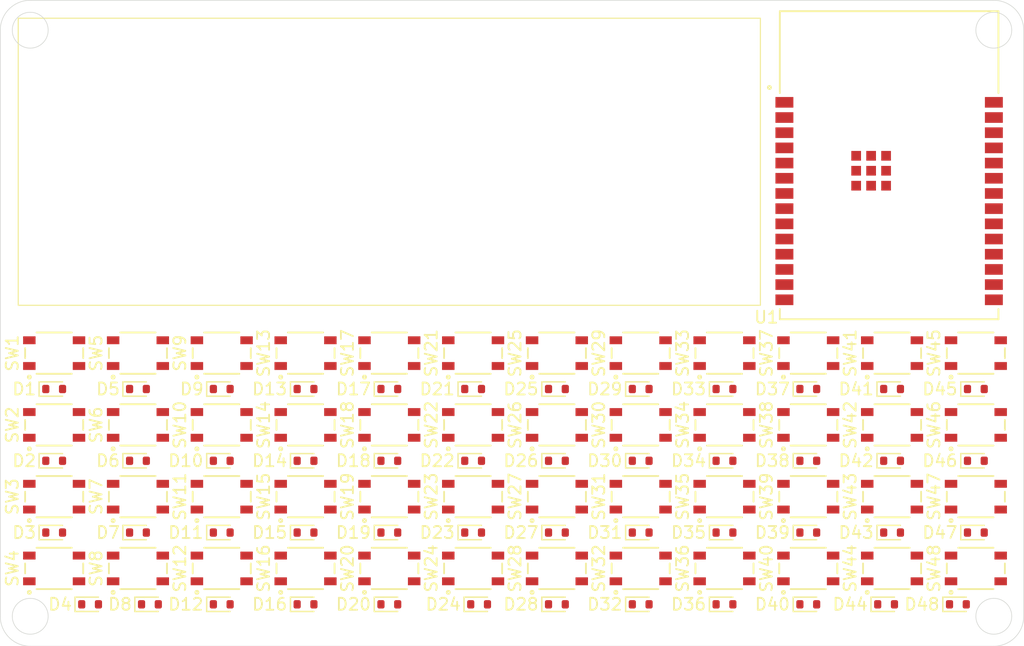
<source format=kicad_pcb>
(kicad_pcb (version 20240108) (generator "pcbnew") (generator_version "8.0")
  (layers (0 "F.Cu" signal) (31 "B.Cu" signal) (34 "B.Paste" user) (35 "F.Paste" user) (36 "B.SilkS" user "B.Silkscreen") (37 "F.SilkS" user "F.Silkscreen") (38 "B.Mask" user) (39 "F.Mask" user) (44 "Edge.Cuts" user))
  (net 0 "")
  (net 1 "Net-(D38-A)")
  (net 2 "Row2")
  (net 3 "Net-(D26-A)")
  (net 4 "Row3")
  (net 5 "Net-(D27-A)")
  (net 6 "Row4")
  (net 7 "Net-(D28-A)")
  (net 8 "Row1")
  (net 9 "Net-(D29-A)")
  (net 10 "Net-(D30-A)")
  (net 11 "Net-(D31-A)")
  (net 12 "Net-(D32-A)")
  (net 13 "Net-(D33-A)")
  (net 14 "Net-(D34-A)")
  (net 15 "Net-(D35-A)")
  (net 16 "Net-(D36-A)")
  (net 17 "Net-(D37-A)")
  (net 18 "Net-(D2-A)")
  (net 19 "Net-(D39-A)")
  (net 20 "Net-(D40-A)")
  (net 21 "Net-(D41-A)")
  (net 22 "Net-(D42-A)")
  (net 23 "Net-(D43-A)")
  (net 24 "Net-(D44-A)")
  (net 25 "Net-(D45-A)")
  (net 26 "Net-(D46-A)")
  (net 27 "Net-(D47-A)")
  (net 28 "Net-(D48-A)")
  (net 29 "Net-(D1-A)")
  (net 30 "Net-(D24-A)")
  (net 31 "Net-(D25-A)")
  (net 32 "Net-(D3-A)")
  (net 33 "Net-(D4-A)")
  (net 34 "Net-(D5-A)")
  (net 35 "Net-(D6-A)")
  (net 36 "Net-(D7-A)")
  (net 37 "Net-(D8-A)")
  (net 38 "Net-(D9-A)")
  (net 39 "Net-(D10-A)")
  (net 40 "Net-(D11-A)")
  (net 41 "Net-(D12-A)")
  (net 42 "Net-(D14-A)")
  (net 43 "Net-(D13-A)")
  (net 44 "Net-(D23-A)")
  (net 45 "Net-(D22-A)")
  (net 46 "Net-(D21-A)")
  (net 47 "Net-(D20-A)")
  (net 48 "Net-(D19-A)")
  (net 49 "Net-(D18-A)")
  (net 50 "Net-(D17-A)")
  (net 51 "Net-(D16-A)")
  (net 52 "Net-(D15-A)")
  (net 53 "Col5")
  (net 54 "Col11")
  (net 55 "Col1")
  (net 56 "Col3")
  (net 57 "Col12")
  (net 58 "Col2")
  (net 59 "Col10")
  (net 60 "Col6")
  (net 61 "Col7")
  (net 62 "Col8")
  (net 63 "Col9")
  (net 64 "Col4")
  (footprint "DataSlice:SW4_SKRPABE010_ALPS" (layer "F.Cu") (at 54.5 85.5 90)
    (property "Reference" "SW2" (at 0 -3.5 90) (layer "F.SilkS"))
    (property "Value" "SKRPABE010")
    (pad "1" smd rect (at -1.074999 -2.075 90) (size 0.6604 1.0414) (layers "F.Cu" "F.Paste" "F.Mask") (net 55 "Col1"))
    (pad "2" smd rect (at -1.074999 2.075 90) (size 0.6604 1.0414) (layers "F.Cu" "F.Paste" "F.Mask") (net 55 "Col1"))
    (pad "3" smd rect (at 1.074999 -2.075 90) (size 0.6604 1.0414) (layers "F.Cu" "F.Paste" "F.Mask") (net 18 "Net-(D2-A)"))
    (pad "4" smd rect (at 1.074999 2.075 90) (size 0.6604 1.0414) (layers "F.Cu" "F.Paste" "F.Mask") (net 18 "Net-(D2-A)"))
  )
  (footprint "Diode_SMD:D_SOD-523" (layer "F.Cu") (at 124.5 82.5)
    (property "Reference" "D41" (at -3 0 0) (layer "F.SilkS"))
    (property "Value" "1N4148WT")
    (pad "1" smd roundrect (at -0.7 0 180) (size 0.6 0.7) (layers "F.Cu" "F.Paste" "F.Mask") (net 8 "Row1"))
    (pad "2" smd roundrect (at 0.7 0 180) (size 0.6 0.7) (layers "F.Cu" "F.Paste" "F.Mask") (net 21 "Net-(D41-A)"))
  )
  (footprint "DataSlice:SW4_SKRPABE010_ALPS" (layer "F.Cu") (at 117.5 85.5 90)
    (property "Reference" "SW38" (at 0 -3.5 90) (layer "F.SilkS"))
    (property "Value" "SKRPABE010")
    (pad "1" smd rect (at -1.074999 -2.075 90) (size 0.6604 1.0414) (layers "F.Cu" "F.Paste" "F.Mask") (net 59 "Col10"))
    (pad "2" smd rect (at -1.074999 2.075 90) (size 0.6604 1.0414) (layers "F.Cu" "F.Paste" "F.Mask") (net 59 "Col10"))
    (pad "3" smd rect (at 1.074999 -2.075 90) (size 0.6604 1.0414) (layers "F.Cu" "F.Paste" "F.Mask") (net 1 "Net-(D38-A)"))
    (pad "4" smd rect (at 1.074999 2.075 90) (size 0.6604 1.0414) (layers "F.Cu" "F.Paste" "F.Mask") (net 1 "Net-(D38-A)"))
  )
  (footprint "DataSlice:SW4_SKRPABE010_ALPS" (layer "F.Cu") (at 54.5 79.5 90)
    (property "Reference" "SW1" (at 0 -3.5 90) (layer "F.SilkS"))
    (property "Value" "SKRPABE010")
    (pad "1" smd rect (at -1.074999 -2.075 90) (size 0.6604 1.0414) (layers "F.Cu" "F.Paste" "F.Mask") (net 55 "Col1"))
    (pad "2" smd rect (at -1.074999 2.075 90) (size 0.6604 1.0414) (layers "F.Cu" "F.Paste" "F.Mask") (net 55 "Col1"))
    (pad "3" smd rect (at 1.074999 -2.075 90) (size 0.6604 1.0414) (layers "F.Cu" "F.Paste" "F.Mask") (net 29 "Net-(D1-A)"))
    (pad "4" smd rect (at 1.074999 2.075 90) (size 0.6604 1.0414) (layers "F.Cu" "F.Paste" "F.Mask") (net 29 "Net-(D1-A)"))
  )
  (footprint "DataSlice:SW4_SKRPABE010_ALPS" (layer "F.Cu") (at 54.5 97.5 90)
    (property "Reference" "SW4" (at 0 -3.5 90) (layer "F.SilkS"))
    (property "Value" "SKRPABE010")
    (pad "1" smd rect (at -1.074999 -2.075 90) (size 0.6604 1.0414) (layers "F.Cu" "F.Paste" "F.Mask") (net 55 "Col1"))
    (pad "2" smd rect (at -1.074999 2.075 90) (size 0.6604 1.0414) (layers "F.Cu" "F.Paste" "F.Mask") (net 55 "Col1"))
    (pad "3" smd rect (at 1.074999 -2.075 90) (size 0.6604 1.0414) (layers "F.Cu" "F.Paste" "F.Mask") (net 33 "Net-(D4-A)"))
    (pad "4" smd rect (at 1.074999 2.075 90) (size 0.6604 1.0414) (layers "F.Cu" "F.Paste" "F.Mask") (net 33 "Net-(D4-A)"))
  )
  (footprint "DataSlice:SW4_SKRPABE010_ALPS" (layer "F.Cu") (at 68.5 85.5 90)
    (property "Reference" "SW10" (at 0 -3.5 90) (layer "F.SilkS"))
    (property "Value" "SKRPABE010")
    (pad "1" smd rect (at -1.074999 -2.075 90) (size 0.6604 1.0414) (layers "F.Cu" "F.Paste" "F.Mask") (net 56 "Col3"))
    (pad "2" smd rect (at -1.074999 2.075 90) (size 0.6604 1.0414) (layers "F.Cu" "F.Paste" "F.Mask") (net 56 "Col3"))
    (pad "3" smd rect (at 1.074999 -2.075 90) (size 0.6604 1.0414) (layers "F.Cu" "F.Paste" "F.Mask") (net 39 "Net-(D10-A)"))
    (pad "4" smd rect (at 1.074999 2.075 90) (size 0.6604 1.0414) (layers "F.Cu" "F.Paste" "F.Mask") (net 39 "Net-(D10-A)"))
  )
  (footprint "DataSlice:SW4_SKRPABE010_ALPS" (layer "F.Cu") (at 75.5 91.5 90)
    (property "Reference" "SW15" (at 0 -3.5 90) (layer "F.SilkS"))
    (property "Value" "SKRPABE010")
    (pad "1" smd rect (at -1.074999 -2.075 90) (size 0.6604 1.0414) (layers "F.Cu" "F.Paste" "F.Mask") (net 64 "Col4"))
    (pad "2" smd rect (at -1.074999 2.075 90) (size 0.6604 1.0414) (layers "F.Cu" "F.Paste" "F.Mask") (net 64 "Col4"))
    (pad "3" smd rect (at 1.074999 -2.075 90) (size 0.6604 1.0414) (layers "F.Cu" "F.Paste" "F.Mask") (net 52 "Net-(D15-A)"))
    (pad "4" smd rect (at 1.074999 2.075 90) (size 0.6604 1.0414) (layers "F.Cu" "F.Paste" "F.Mask") (net 52 "Net-(D15-A)"))
  )
  (footprint "DataSlice:SW4_SKRPABE010_ALPS" (layer "F.Cu") (at 96.5 97.5 90)
    (property "Reference" "SW28" (at 0 -3.5 90) (layer "F.SilkS"))
    (property "Value" "SKRPABE010")
    (pad "1" smd rect (at -1.074999 -2.075 90) (size 0.6604 1.0414) (layers "F.Cu" "F.Paste" "F.Mask") (net 61 "Col7"))
    (pad "2" smd rect (at -1.074999 2.075 90) (size 0.6604 1.0414) (layers "F.Cu" "F.Paste" "F.Mask") (net 61 "Col7"))
    (pad "3" smd rect (at 1.074999 -2.075 90) (size 0.6604 1.0414) (layers "F.Cu" "F.Paste" "F.Mask") (net 7 "Net-(D28-A)"))
    (pad "4" smd rect (at 1.074999 2.075 90) (size 0.6604 1.0414) (layers "F.Cu" "F.Paste" "F.Mask") (net 7 "Net-(D28-A)"))
  )
  (footprint "DataSlice:SW4_SKRPABE010_ALPS" (layer "F.Cu") (at 124.5 79.5 90)
    (property "Reference" "SW41" (at 0 -3.5 90) (layer "F.SilkS"))
    (property "Value" "SKRPABE010")
    (pad "1" smd rect (at -1.074999 -2.075 90) (size 0.6604 1.0414) (layers "F.Cu" "F.Paste" "F.Mask") (net 54 "Col11"))
    (pad "2" smd rect (at -1.074999 2.075 90) (size 0.6604 1.0414) (layers "F.Cu" "F.Paste" "F.Mask") (net 54 "Col11"))
    (pad "3" smd rect (at 1.074999 -2.075 90) (size 0.6604 1.0414) (layers "F.Cu" "F.Paste" "F.Mask") (net 21 "Net-(D41-A)"))
    (pad "4" smd rect (at 1.074999 2.075 90) (size 0.6604 1.0414) (layers "F.Cu" "F.Paste" "F.Mask") (net 21 "Net-(D41-A)"))
  )
  (footprint "Diode_SMD:D_SOD-523" (layer "F.Cu") (at 82.5 100.5)
    (property "Reference" "D20" (at -3 0 0) (layer "F.SilkS"))
    (property "Value" "1N4148WT")
    (pad "1" smd roundrect (at -0.7 0 180) (size 0.6 0.7) (layers "F.Cu" "F.Paste" "F.Mask") (net 6 "Row4"))
    (pad "2" smd roundrect (at 0.7 0 180) (size 0.6 0.7) (layers "F.Cu" "F.Paste" "F.Mask") (net 47 "Net-(D20-A)"))
  )
  (footprint "Diode_SMD:D_SOD-523" (layer "F.Cu") (at 90 100.5)
    (property "Reference" "D24" (at -3 0 0) (layer "F.SilkS"))
    (property "Value" "1N4148WT")
    (pad "1" smd roundrect (at -0.7 0 180) (size 0.6 0.7) (layers "F.Cu" "F.Paste" "F.Mask") (net 6 "Row4"))
    (pad "2" smd roundrect (at 0.7 0 180) (size 0.6 0.7) (layers "F.Cu" "F.Paste" "F.Mask") (net 30 "Net-(D24-A)"))
  )
  (footprint "DataSlice:SW4_SKRPABE010_ALPS" (layer "F.Cu") (at 110.5 79.5 90)
    (property "Reference" "SW33" (at 0 -3.5 90) (layer "F.SilkS"))
    (property "Value" "SKRPABE010")
    (pad "1" smd rect (at -1.074999 -2.075 90) (size 0.6604 1.0414) (layers "F.Cu" "F.Paste" "F.Mask") (net 63 "Col9"))
    (pad "2" smd rect (at -1.074999 2.075 90) (size 0.6604 1.0414) (layers "F.Cu" "F.Paste" "F.Mask") (net 63 "Col9"))
    (pad "3" smd rect (at 1.074999 -2.075 90) (size 0.6604 1.0414) (layers "F.Cu" "F.Paste" "F.Mask") (net 13 "Net-(D33-A)"))
    (pad "4" smd rect (at 1.074999 2.075 90) (size 0.6604 1.0414) (layers "F.Cu" "F.Paste" "F.Mask") (net 13 "Net-(D33-A)"))
  )
  (footprint "Diode_SMD:D_SOD-523" (layer "F.Cu") (at 75.5 82.5)
    (property "Reference" "D13" (at -3 0 0) (layer "F.SilkS"))
    (property "Value" "1N4148WT")
    (pad "1" smd roundrect (at -0.7 0 180) (size 0.6 0.7) (layers "F.Cu" "F.Paste" "F.Mask") (net 8 "Row1"))
    (pad "2" smd roundrect (at 0.7 0 180) (size 0.6 0.7) (layers "F.Cu" "F.Paste" "F.Mask") (net 43 "Net-(D13-A)"))
  )
  (footprint "DataSlice:SW4_SKRPABE010_ALPS" (layer "F.Cu") (at 75.5 79.5 90)
    (property "Reference" "SW13" (at 0 -3.5 90) (layer "F.SilkS"))
    (property "Value" "SKRPABE010")
    (pad "1" smd rect (at -1.074999 -2.075 90) (size 0.6604 1.0414) (layers "F.Cu" "F.Paste" "F.Mask") (net 64 "Col4"))
    (pad "2" smd rect (at -1.074999 2.075 90) (size 0.6604 1.0414) (layers "F.Cu" "F.Paste" "F.Mask") (net 64 "Col4"))
    (pad "3" smd rect (at 1.074999 -2.075 90) (size 0.6604 1.0414) (layers "F.Cu" "F.Paste" "F.Mask") (net 43 "Net-(D13-A)"))
    (pad "4" smd rect (at 1.074999 2.075 90) (size 0.6604 1.0414) (layers "F.Cu" "F.Paste" "F.Mask") (net 43 "Net-(D13-A)"))
  )
  (footprint "DataSlice:SW4_SKRPABE010_ALPS" (layer "F.Cu") (at 89.5 79.5 90)
    (property "Reference" "SW21" (at 0 -3.5 90) (layer "F.SilkS"))
    (property "Value" "SKRPABE010")
    (pad "1" smd rect (at -1.074999 -2.075 90) (size 0.6604 1.0414) (layers "F.Cu" "F.Paste" "F.Mask") (net 60 "Col6"))
    (pad "2" smd rect (at -1.074999 2.075 90) (size 0.6604 1.0414) (layers "F.Cu" "F.Paste" "F.Mask") (net 60 "Col6"))
    (pad "3" smd rect (at 1.074999 -2.075 90) (size 0.6604 1.0414) (layers "F.Cu" "F.Paste" "F.Mask") (net 46 "Net-(D21-A)"))
    (pad "4" smd rect (at 1.074999 2.075 90) (size 0.6604 1.0414) (layers "F.Cu" "F.Paste" "F.Mask") (net 46 "Net-(D21-A)"))
  )
  (footprint "Diode_SMD:D_SOD-523" (layer "F.Cu") (at 110.5 88.5)
    (property "Reference" "D34" (at -3 0 0) (layer "F.SilkS"))
    (property "Value" "1N4148WT")
    (pad "1" smd roundrect (at -0.7 0 180) (size 0.6 0.7) (layers "F.Cu" "F.Paste" "F.Mask") (net 2 "Row2"))
    (pad "2" smd roundrect (at 0.7 0 180) (size 0.6 0.7) (layers "F.Cu" "F.Paste" "F.Mask") (net 14 "Net-(D34-A)"))
  )
  (footprint "Diode_SMD:D_SOD-523" (layer "F.Cu") (at 131.5 88.5)
    (property "Reference" "D46" (at -3 0 0) (layer "F.SilkS"))
    (property "Value" "1N4148WT")
    (pad "1" smd roundrect (at -0.7 0 180) (size 0.6 0.7) (layers "F.Cu" "F.Paste" "F.Mask") (net 2 "Row2"))
    (pad "2" smd roundrect (at 0.7 0 180) (size 0.6 0.7) (layers "F.Cu" "F.Paste" "F.Mask") (net 26 "Net-(D46-A)"))
  )
  (footprint "DataSlice:SW4_SKRPABE010_ALPS" (layer "F.Cu") (at 103.5 85.5 90)
    (property "Reference" "SW30" (at 0 -3.5 90) (layer "F.SilkS"))
    (property "Value" "SKRPABE010")
    (pad "1" smd rect (at -1.074999 -2.075 90) (size 0.6604 1.0414) (layers "F.Cu" "F.Paste" "F.Mask") (net 62 "Col8"))
    (pad "2" smd rect (at -1.074999 2.075 90) (size 0.6604 1.0414) (layers "F.Cu" "F.Paste" "F.Mask") (net 62 "Col8"))
    (pad "3" smd rect (at 1.074999 -2.075 90) (size 0.6604 1.0414) (layers "F.Cu" "F.Paste" "F.Mask") (net 10 "Net-(D30-A)"))
    (pad "4" smd rect (at 1.074999 2.075 90) (size 0.6604 1.0414) (layers "F.Cu" "F.Paste" "F.Mask") (net 10 "Net-(D30-A)"))
  )
  (footprint "Diode_SMD:D_SOD-523" (layer "F.Cu") (at 96.5 100.5)
    (property "Reference" "D28" (at -3 0 0) (layer "F.SilkS"))
    (property "Value" "1N4148WT")
    (pad "1" smd roundrect (at -0.7 0 180) (size 0.6 0.7) (layers "F.Cu" "F.Paste" "F.Mask") (net 6 "Row4"))
    (pad "2" smd roundrect (at 0.7 0 180) (size 0.6 0.7) (layers "F.Cu" "F.Paste" "F.Mask") (net 7 "Net-(D28-A)"))
  )
  (footprint "DataSlice:SW4_SKRPABE010_ALPS" (layer "F.Cu") (at 61.5 91.5 90)
    (property "Reference" "SW7" (at 0 -3.5 90) (layer "F.SilkS"))
    (property "Value" "SKRPABE010")
    (pad "1" smd rect (at -1.074999 -2.075 90) (size 0.6604 1.0414) (layers "F.Cu" "F.Paste" "F.Mask") (net 58 "Col2"))
    (pad "2" smd rect (at -1.074999 2.075 90) (size 0.6604 1.0414) (layers "F.Cu" "F.Paste" "F.Mask") (net 58 "Col2"))
    (pad "3" smd rect (at 1.074999 -2.075 90) (size 0.6604 1.0414) (layers "F.Cu" "F.Paste" "F.Mask") (net 36 "Net-(D7-A)"))
    (pad "4" smd rect (at 1.074999 2.075 90) (size 0.6604 1.0414) (layers "F.Cu" "F.Paste" "F.Mask") (net 36 "Net-(D7-A)"))
  )
  (footprint "DataSlice:SW4_SKRPABE010_ALPS" (layer "F.Cu") (at 103.5 97.5 90)
    (property "Reference" "SW32" (at 0 -3.5 90) (layer "F.SilkS"))
    (property "Value" "SKRPABE010")
    (pad "1" smd rect (at -1.074999 -2.075 90) (size 0.6604 1.0414) (layers "F.Cu" "F.Paste" "F.Mask") (net 62 "Col8"))
    (pad "2" smd rect (at -1.074999 2.075 90) (size 0.6604 1.0414) (layers "F.Cu" "F.Paste" "F.Mask") (net 62 "Col8"))
    (pad "3" smd rect (at 1.074999 -2.075 90) (size 0.6604 1.0414) (layers "F.Cu" "F.Paste" "F.Mask") (net 12 "Net-(D32-A)"))
    (pad "4" smd rect (at 1.074999 2.075 90) (size 0.6604 1.0414) (layers "F.Cu" "F.Paste" "F.Mask") (net 12 "Net-(D32-A)"))
  )
  (footprint "DataSlice:SW4_SKRPABE010_ALPS" (layer "F.Cu") (at 103.5 79.5 90)
    (property "Reference" "SW29" (at 0 -3.5 90) (layer "F.SilkS"))
    (property "Value" "SKRPABE010")
    (pad "1" smd rect (at -1.074999 -2.075 90) (size 0.6604 1.0414) (layers "F.Cu" "F.Paste" "F.Mask") (net 62 "Col8"))
    (pad "2" smd rect (at -1.074999 2.075 90) (size 0.6604 1.0414) (layers "F.Cu" "F.Paste" "F.Mask") (net 62 "Col8"))
    (pad "3" smd rect (at 1.074999 -2.075 90) (size 0.6604 1.0414) (layers "F.Cu" "F.Paste" "F.Mask") (net 9 "Net-(D29-A)"))
    (pad "4" smd rect (at 1.074999 2.075 90) (size 0.6604 1.0414) (layers "F.Cu" "F.Paste" "F.Mask") (net 9 "Net-(D29-A)"))
  )
  (footprint "DataSlice:SW4_SKRPABE010_ALPS" (layer "F.Cu") (at 54.5 91.5 90)
    (property "Reference" "SW3" (at 0 -3.5 90) (layer "F.SilkS"))
    (property "Value" "SKRPABE010")
    (pad "1" smd rect (at -1.074999 -2.075 90) (size 0.6604 1.0414) (layers "F.Cu" "F.Paste" "F.Mask") (net 55 "Col1"))
    (pad "2" smd rect (at -1.074999 2.075 90) (size 0.6604 1.0414) (layers "F.Cu" "F.Paste" "F.Mask") (net 55 "Col1"))
    (pad "3" smd rect (at 1.074999 -2.075 90) (size 0.6604 1.0414) (layers "F.Cu" "F.Paste" "F.Mask") (net 32 "Net-(D3-A)"))
    (pad "4" smd rect (at 1.074999 2.075 90) (size 0.6604 1.0414) (layers "F.Cu" "F.Paste" "F.Mask") (net 32 "Net-(D3-A)"))
  )
  (footprint "DataSlice:SW4_SKRPABE010_ALPS" (layer "F.Cu") (at 61.5 97.5 90)
    (property "Reference" "SW8" (at 0 -3.5 90) (layer "F.SilkS"))
    (property "Value" "SKRPABE010")
    (pad "1" smd rect (at -1.074999 -2.075 90) (size 0.6604 1.0414) (layers "F.Cu" "F.Paste" "F.Mask") (net 58 "Col2"))
    (pad "2" smd rect (at -1.074999 2.075 90) (size 0.6604 1.0414) (layers "F.Cu" "F.Paste" "F.Mask") (net 58 "Col2"))
    (pad "3" smd rect (at 1.074999 -2.075 90) (size 0.6604 1.0414) (layers "F.Cu" "F.Paste" "F.Mask") (net 37 "Net-(D8-A)"))
    (pad "4" smd rect (at 1.074999 2.075 90) (size 0.6604 1.0414) (layers "F.Cu" "F.Paste" "F.Mask") (net 37 "Net-(D8-A)"))
  )
  (footprint "Diode_SMD:D_SOD-523" (layer "F.Cu") (at 89.5 88.5)
    (property "Reference" "D22" (at -3 0 0) (layer "F.SilkS"))
    (property "Value" "1N4148WT")
    (pad "1" smd roundrect (at -0.7 0 180) (size 0.6 0.7) (layers "F.Cu" "F.Paste" "F.Mask") (net 2 "Row2"))
    (pad "2" smd roundrect (at 0.7 0 180) (size 0.6 0.7) (layers "F.Cu" "F.Paste" "F.Mask") (net 45 "Net-(D22-A)"))
  )
  (footprint "DataSlice:SW4_SKRPABE010_ALPS" (layer "F.Cu") (at 82.5 91.5 90)
    (property "Reference" "SW19" (at 0 -3.5 90) (layer "F.SilkS"))
    (property "Value" "SKRPABE010")
    (pad "1" smd rect (at -1.074999 -2.075 90) (size 0.6604 1.0414) (layers "F.Cu" "F.Paste" "F.Mask") (net 53 "Col5"))
    (pad "2" smd rect (at -1.074999 2.075 90) (size 0.6604 1.0414) (layers "F.Cu" "F.Paste" "F.Mask") (net 53 "Col5"))
    (pad "3" smd rect (at 1.074999 -2.075 90) (size 0.6604 1.0414) (layers "F.Cu" "F.Paste" "F.Mask") (net 48 "Net-(D19-A)"))
    (pad "4" smd rect (at 1.074999 2.075 90) (size 0.6604 1.0414) (layers "F.Cu" "F.Paste" "F.Mask") (net 48 "Net-(D19-A)"))
  )
  (footprint "Diode_SMD:D_SOD-523" (layer "F.Cu") (at 130 100.5)
    (property "Reference" "D48" (at -3 0 0) (layer "F.SilkS"))
    (property "Value" "1N4148WT")
    (pad "1" smd roundrect (at -0.7 0 180) (size 0.6 0.7) (layers "F.Cu" "F.Paste" "F.Mask") (net 6 "Row4"))
    (pad "2" smd roundrect (at 0.7 0 180) (size 0.6 0.7) (layers "F.Cu" "F.Paste" "F.Mask") (net 28 "Net-(D48-A)"))
  )
  (footprint "DataSlice:SW4_SKRPABE010_ALPS" (layer "F.Cu") (at 131.5 91.5 90)
    (property "Reference" "SW47" (at 0 -3.5 90) (layer "F.SilkS"))
    (property "Value" "SKRPABE010")
    (pad "1" smd rect (at -1.074999 -2.075 90) (size 0.6604 1.0414) (layers "F.Cu" "F.Paste" "F.Mask") (net 57 "Col12"))
    (pad "2" smd rect (at -1.074999 2.075 90) (size 0.6604 1.0414) (layers "F.Cu" "F.Paste" "F.Mask") (net 57 "Col12"))
    (pad "3" smd rect (at 1.074999 -2.075 90) (size 0.6604 1.0414) (layers "F.Cu" "F.Paste" "F.Mask") (net 27 "Net-(D47-A)"))
    (pad "4" smd rect (at 1.074999 2.075 90) (size 0.6604 1.0414) (layers "F.Cu" "F.Paste" "F.Mask") (net 27 "Net-(D47-A)"))
  )
  (footprint "Diode_SMD:D_SOD-523" (layer "F.Cu") (at 82.5 82.5)
    (property "Reference" "D17" (at -3 0 0) (layer "F.SilkS"))
    (property "Value" "1N4148WT")
    (pad "1" smd roundrect (at -0.7 0 180) (size 0.6 0.7) (layers "F.Cu" "F.Paste" "F.Mask") (net 8 "Row1"))
    (pad "2" smd roundrect (at 0.7 0 180) (size 0.6 0.7) (layers "F.Cu" "F.Paste" "F.Mask") (net 50 "Net-(D17-A)"))
  )
  (footprint "Diode_SMD:D_SOD-523" (layer "F.Cu") (at 131.5 94.5)
    (property "Reference" "D47" (at -3 0 0) (layer "F.SilkS"))
    (property "Value" "1N4148WT")
    (pad "1" smd roundrect (at -0.7 0 180) (size 0.6 0.7) (layers "F.Cu" "F.Paste" "F.Mask") (net 4 "Row3"))
    (pad "2" smd roundrect (at 0.7 0 180) (size 0.6 0.7) (layers "F.Cu" "F.Paste" "F.Mask") (net 27 "Net-(D47-A)"))
  )
  (footprint "DataSlice:SW4_SKRPABE010_ALPS" (layer "F.Cu") (at 131.5 97.5 90)
    (property "Reference" "SW48" (at 0 -3.5 90) (layer "F.SilkS"))
    (property "Value" "SKRPABE010")
    (pad "1" smd rect (at -1.074999 -2.075 90) (size 0.6604 1.0414) (layers "F.Cu" "F.Paste" "F.Mask") (net 57 "Col12"))
    (pad "2" smd rect (at -1.074999 2.075 90) (size 0.6604 1.0414) (layers "F.Cu" "F.Paste" "F.Mask") (net 57 "Col12"))
    (pad "3" smd rect (at 1.074999 -2.075 90) (size 0.6604 1.0414) (layers "F.Cu" "F.Paste" "F.Mask") (net 28 "Net-(D48-A)"))
    (pad "4" smd rect (at 1.074999 2.075 90) (size 0.6604 1.0414) (layers "F.Cu" "F.Paste" "F.Mask") (net 28 "Net-(D48-A)"))
  )
  (footprint "Diode_SMD:D_SOD-523" (layer "F.Cu") (at 117.5 94.5)
    (property "Reference" "D39" (at -3 0 0) (layer "F.SilkS"))
    (property "Value" "1N4148WT")
    (pad "1" smd roundrect (at -0.7 0 180) (size 0.6 0.7) (layers "F.Cu" "F.Paste" "F.Mask") (net 4 "Row3"))
    (pad "2" smd roundrect (at 0.7 0 180) (size 0.6 0.7) (layers "F.Cu" "F.Paste" "F.Mask") (net 19 "Net-(D39-A)"))
  )
  (footprint "Diode_SMD:D_SOD-523" (layer "F.Cu") (at 124.5 94.5)
    (property "Reference" "D43" (at -3 0 0) (layer "F.SilkS"))
    (property "Value" "1N4148WT")
    (pad "1" smd roundrect (at -0.7 0 180) (size 0.6 0.7) (layers "F.Cu" "F.Paste" "F.Mask") (net 4 "Row3"))
    (pad "2" smd roundrect (at 0.7 0 180) (size 0.6 0.7) (layers "F.Cu" "F.Paste" "F.Mask") (net 23 "Net-(D43-A)"))
  )
  (footprint "DataSlice:SW4_SKRPABE010_ALPS" (layer "F.Cu") (at 89.5 91.5 90)
    (property "Reference" "SW23" (at 0 -3.5 90) (layer "F.SilkS"))
    (property "Value" "SKRPABE010")
    (pad "1" smd rect (at -1.074999 -2.075 90) (size 0.6604 1.0414) (layers "F.Cu" "F.Paste" "F.Mask") (net 60 "Col6"))
    (pad "2" smd rect (at -1.074999 2.075 90) (size 0.6604 1.0414) (layers "F.Cu" "F.Paste" "F.Mask") (net 60 "Col6"))
    (pad "3" smd rect (at 1.074999 -2.075 90) (size 0.6604 1.0414) (layers "F.Cu" "F.Paste" "F.Mask") (net 44 "Net-(D23-A)"))
    (pad "4" smd rect (at 1.074999 2.075 90) (size 0.6604 1.0414) (layers "F.Cu" "F.Paste" "F.Mask") (net 44 "Net-(D23-A)"))
  )
  (footprint "Diode_SMD:D_SOD-523" (layer "F.Cu") (at 68.5 94.5)
    (property "Reference" "D11" (at -3 0 0) (layer "F.SilkS"))
    (property "Value" "1N4148WT")
    (pad "1" smd roundrect (at -0.7 0 180) (size 0.6 0.7) (layers "F.Cu" "F.Paste" "F.Mask") (net 4 "Row3"))
    (pad "2" smd roundrect (at 0.7 0 180) (size 0.6 0.7) (layers "F.Cu" "F.Paste" "F.Mask") (net 40 "Net-(D11-A)"))
  )
  (footprint "Diode_SMD:D_SOD-523" (layer "F.Cu") (at 103.5 88.5)
    (property "Reference" "D30" (at -3 0 0) (layer "F.SilkS"))
    (property "Value" "1N4148WT")
    (pad "1" smd roundrect (at -0.7 0 180) (size 0.6 0.7) (layers "F.Cu" "F.Paste" "F.Mask") (net 2 "Row2"))
    (pad "2" smd roundrect (at 0.7 0 180) (size 0.6 0.7) (layers "F.Cu" "F.Paste" "F.Mask") (net 10 "Net-(D30-A)"))
  )
  (footprint "DataSlice:SW4_SKRPABE010_ALPS" (layer "F.Cu") (at 75.5 97.5 90)
    (property "Reference" "SW16" (at 0 -3.5 90) (layer "F.SilkS"))
    (property "Value" "SKRPABE010")
    (pad "1" smd rect (at -1.074999 -2.075 90) (size 0.6604 1.0414) (layers "F.Cu" "F.Paste" "F.Mask") (net 64 "Col4"))
    (pad "2" smd rect (at -1.074999 2.075 90) (size 0.6604 1.0414) (layers "F.Cu" "F.Paste" "F.Mask") (net 64 "Col4"))
    (pad "3" smd rect (at 1.074999 -2.075 90) (size 0.6604 1.0414) (layers "F.Cu" "F.Paste" "F.Mask") (net 51 "Net-(D16-A)"))
    (pad "4" smd rect (at 1.074999 2.075 90) (size 0.6604 1.0414) (layers "F.Cu" "F.Paste" "F.Mask") (net 51 "Net-(D16-A)"))
  )
  (footprint "Diode_SMD:D_SOD-523" (layer "F.Cu") (at 89.5 82.5)
    (property "Reference" "D21" (at -3 0 0) (layer "F.SilkS"))
    (property "Value" "1N4148WT")
    (pad "1" smd roundrect (at -0.7 0 180) (size 0.6 0.7) (layers "F.Cu" "F.Paste" "F.Mask") (net 8 "Row1"))
    (pad "2" smd roundrect (at 0.7 0 180) (size 0.6 0.7) (layers "F.Cu" "F.Paste" "F.Mask") (net 46 "Net-(D21-A)"))
  )
  (footprint "Diode_SMD:D_SOD-523" (layer "F.Cu") (at 117.5 88.5)
    (property "Reference" "D38" (at -3 0 0) (layer "F.SilkS"))
    (property "Value" "1N4148WT")
    (pad "1" smd roundrect (at -0.7 0 180) (size 0.6 0.7) (layers "F.Cu" "F.Paste" "F.Mask") (net 2 "Row2"))
    (pad "2" smd roundrect (at 0.7 0 180) (size 0.6 0.7) (layers "F.Cu" "F.Paste" "F.Mask") (net 1 "Net-(D38-A)"))
  )
  (footprint "Diode_SMD:D_SOD-523" (layer "F.Cu") (at 96.5 82.5)
    (property "Reference" "D25" (at -3 0 0) (layer "F.SilkS"))
    (property "Value" "1N4148WT")
    (pad "1" smd roundrect (at -0.7 0 180) (size 0.6 0.7) (layers "F.Cu" "F.Paste" "F.Mask") (net 8 "Row1"))
    (pad "2" smd roundrect (at 0.7 0 180) (size 0.6 0.7) (layers "F.Cu" "F.Paste" "F.Mask") (net 31 "Net-(D25-A)"))
  )
  (footprint "Diode_SMD:D_SOD-523" (layer "F.Cu") (at 131.5 82.5)
    (property "Reference" "D45" (at -3 0 0) (layer "F.SilkS"))
    (property "Value" "1N4148WT")
    (pad "1" smd roundrect (at -0.7 0 180) (size 0.6 0.7) (layers "F.Cu" "F.Paste" "F.Mask") (net 8 "Row1"))
    (pad "2" smd roundrect (at 0.7 0 180) (size 0.6 0.7) (layers "F.Cu" "F.Paste" "F.Mask") (net 25 "Net-(D45-A)"))
  )
  (footprint "Diode_SMD:D_SOD-523" (layer "F.Cu") (at 96.5 88.5)
    (property "Reference" "D26" (at -3 0 0) (layer "F.SilkS"))
    (property "Value" "1N4148WT")
    (pad "1" smd roundrect (at -0.7 0 180) (size 0.6 0.7) (layers "F.Cu" "F.Paste" "F.Mask") (net 2 "Row2"))
    (pad "2" smd roundrect (at 0.7 0 180) (size 0.6 0.7) (layers "F.Cu" "F.Paste" "F.Mask") (net 3 "Net-(D26-A)"))
  )
  (footprint "DataSlice:SW4_SKRPABE010_ALPS" (layer "F.Cu") (at 124.5 85.5 90)
    (property "Reference" "SW42" (at 0 -3.5 90) (layer "F.SilkS"))
    (property "Value" "SKRPABE010")
    (pad "1" smd rect (at -1.074999 -2.075 90) (size 0.6604 1.0414) (layers "F.Cu" "F.Paste" "F.Mask") (net 54 "Col11"))
    (pad "2" smd rect (at -1.074999 2.075 90) (size 0.6604 1.0414) (layers "F.Cu" "F.Paste" "F.Mask") (net 54 "Col11"))
    (pad "3" smd rect (at 1.074999 -2.075 90) (size 0.6604 1.0414) (layers "F.Cu" "F.Paste" "F.Mask") (net 22 "Net-(D42-A)"))
    (pad "4" smd rect (at 1.074999 2.075 90) (size 0.6604 1.0414) (layers "F.Cu" "F.Paste" "F.Mask") (net 22 "Net-(D42-A)"))
  )
  (footprint "Diode_SMD:D_SOD-523" (layer "F.Cu") (at 54.5 88.5)
    (property "Reference" "D2" (at -2.5 0 0) (layer "F.SilkS"))
    (property "Value" "1N4148WT")
    (pad "1" smd roundrect (at -0.7 0 180) (size 0.6 0.7) (layers "F.Cu" "F.Paste" "F.Mask") (net 2 "Row2"))
    (pad "2" smd roundrect (at 0.7 0 180) (size 0.6 0.7) (layers "F.Cu" "F.Paste" "F.Mask") (net 18 "Net-(D2-A)"))
  )
  (footprint "Diode_SMD:D_SOD-523" (layer "F.Cu") (at 103.5 94.5)
    (property "Reference" "D31" (at -3 0 0) (layer "F.SilkS"))
    (property "Value" "1N4148WT")
    (pad "1" smd roundrect (at -0.7 0 180) (size 0.6 0.7) (layers "F.Cu" "F.Paste" "F.Mask") (net 4 "Row3"))
    (pad "2" smd roundrect (at 0.7 0 180) (size 0.6 0.7) (layers "F.Cu" "F.Paste" "F.Mask") (net 11 "Net-(D31-A)"))
  )
  (footprint "DataSlice:SW4_SKRPABE010_ALPS" (layer "F.Cu") (at 124.5 91.5 90)
    (property "Reference" "SW43" (at 0 -3.5 90) (layer "F.SilkS"))
    (property "Value" "SKRPABE010")
    (pad "1" smd rect (at -1.074999 -2.075 90) (size 0.6604 1.0414) (layers "F.Cu" "F.Paste" "F.Mask") (net 54 "Col11"))
    (pad "2" smd rect (at -1.074999 2.075 90) (size 0.6604 1.0414) (layers "F.Cu" "F.Paste" "F.Mask") (net 54 "Col11"))
    (pad "3" smd rect (at 1.074999 -2.075 90) (size 0.6604 1.0414) (layers "F.Cu" "F.Paste" "F.Mask") (net 23 "Net-(D43-A)"))
    (pad "4" smd rect (at 1.074999 2.075 90) (size 0.6604 1.0414) (layers "F.Cu" "F.Paste" "F.Mask") (net 23 "Net-(D43-A)"))
  )
  (footprint "Diode_SMD:D_SOD-523" (layer "F.Cu") (at 57.5 100.5)
    (property "Reference" "D4" (at -2.5 0 0) (layer "F.SilkS"))
    (property "Value" "1N4148WT")
    (pad "1" smd roundrect (at -0.7 0 180) (size 0.6 0.7) (layers "F.Cu" "F.Paste" "F.Mask") (net 6 "Row4"))
    (pad "2" smd roundrect (at 0.7 0 180) (size 0.6 0.7) (layers "F.Cu" "F.Paste" "F.Mask") (net 33 "Net-(D4-A)"))
  )
  (footprint "Diode_SMD:D_SOD-523" (layer "F.Cu") (at 96.5 94.5)
    (property "Reference" "D27" (at -3 0 0) (layer "F.SilkS"))
    (property "Value" "1N4148WT")
    (pad "1" smd roundrect (at -0.7 0 180) (size 0.6 0.7) (layers "F.Cu" "F.Paste" "F.Mask") (net 4 "Row3"))
    (pad "2" smd roundrect (at 0.7 0 180) (size 0.6 0.7) (layers "F.Cu" "F.Paste" "F.Mask") (net 5 "Net-(D27-A)"))
  )
  (footprint "Diode_SMD:D_SOD-523" (layer "F.Cu") (at 68.5 100.5)
    (property "Reference" "D12" (at -3 0 0) (layer "F.SilkS"))
    (property "Value" "1N4148WT")
    (pad "1" smd roundrect (at -0.7 0 180) (size 0.6 0.7) (layers "F.Cu" "F.Paste" "F.Mask") (net 6 "Row4"))
    (pad "2" smd roundrect (at 0.7 0 180) (size 0.6 0.7) (layers "F.Cu" "F.Paste" "F.Mask") (net 41 "Net-(D12-A)"))
  )
  (footprint "DataSlice:MOD28_ESP32-C6-WROOM-1_EXP" (layer "F.Cu") (at 124.255 63.79)
    (property "Reference" "U1" (at -10.255 12.71 0) (layer "F.SilkS"))
    (property "Value" "ESP32-C6-WROOM-1-N4")
    (pad "1" smd rect (at -8.75 -5.26) (size 1.4986 0.889) (layers "F.Cu" "F.Paste" "F.Mask"))
    (pad "2" smd rect (at -8.75 -3.99) (size 1.4986 0.889) (layers "F.Cu" "F.Paste" "F.Mask"))
    (pad "3" smd rect (at -8.75 -2.72) (size 1.4986 0.889) (layers "F.Cu" "F.Paste" "F.Mask"))
    (pad "4" smd rect (at -8.75 -1.45) (size 1.4986 0.889) (layers "F.Cu" "F.Paste" "F.Mask"))
    (pad "5" smd rect (at -8.75 -0.18) (size 1.4986 0.889) (layers "F.Cu" "F.Paste" "F.Mask"))
    (pad "6" smd rect (at -8.75 1.09) (size 1.4986 0.889) (layers "F.Cu" "F.Paste" "F.Mask"))
    (pad "7" smd rect (at -8.75 2.36) (size 1.4986 0.889) (layers "F.Cu" "F.Paste" "F.Mask"))
    (pad "8" smd rect (at -8.75 3.63) (size 1.4986 0.889) (layers "F.Cu" "F.Paste" "F.Mask"))
    (pad "9" smd rect (at -8.75 4.9) (size 1.4986 0.889) (layers "F.Cu" "F.Paste" "F.Mask"))
    (pad "10" smd rect (at -8.75 6.17) (size 1.4986 0.889) (layers "F.Cu" "F.Paste" "F.Mask"))
    (pad "11" smd rect (at -8.75 7.44) (size 1.4986 0.889) (layers "F.Cu" "F.Paste" "F.Mask"))
    (pad "12" smd rect (at -8.75 8.71) (size 1.4986 0.889) (layers "F.Cu" "F.Paste" "F.Mask"))
    (pad "13" smd rect (at -8.75 9.98) (size 1.4986 0.889) (layers "F.Cu" "F.Paste" "F.Mask"))
    (pad "14" smd rect (at -8.75 11.25) (size 1.4986 0.889) (layers "F.Cu" "F.Paste" "F.Mask"))
    (pad "15" smd rect (at 8.75 11.25) (size 1.4986 0.889) (layers "F.Cu" "F.Paste" "F.Mask"))
    (pad "16" smd rect (at 8.75 9.98) (size 1.4986 0.889) (layers "F.Cu" "F.Paste" "F.Mask"))
    (pad "17" smd rect (at 8.75 8.71) (size 1.4986 0.889) (layers "F.Cu" "F.Paste" "F.Mask"))
    (pad "18" smd rect (at 8.75 7.44) (size 1.4986 0.889) (layers "F.Cu" "F.Paste" "F.Mask"))
    (pad "19" smd rect (at 8.75 6.17) (size 1.4986 0.889) (layers "F.Cu" "F.Paste" "F.Mask"))
    (pad "20" smd rect (at 8.75 4.9) (size 1.4986 0.889) (layers "F.Cu" "F.Paste" "F.Mask"))
    (pad "21" smd rect (at 8.75 3.63) (size 1.4986 0.889) (layers "F.Cu" "F.Paste" "F.Mask"))
    (pad "22" smd rect (at 8.75 2.36) (size 1.4986 0.889) (layers "F.Cu" "F.Paste" "F.Mask"))
    (pad "23" smd rect (at 8.75 1.09) (size 1.4986 0.889) (layers "F.Cu" "F.Paste" "F.Mask"))
    (pad "24" smd rect (at 8.75 -0.18) (size 1.4986 0.889) (layers "F.Cu" "F.Paste" "F.Mask"))
    (pad "25" smd rect (at 8.75 -1.45) (size 1.4986 0.889) (layers "F.Cu" "F.Paste" "F.Mask"))
    (pad "26" smd rect (at 8.75 -2.72) (size 1.4986 0.889) (layers "F.Cu" "F.Paste" "F.Mask"))
    (pad "27" smd rect (at 8.75 -3.99) (size 1.4986 0.889) (layers "F.Cu" "F.Paste" "F.Mask"))
    (pad "28" smd rect (at 8.75 -5.26) (size 1.4986 0.889) (layers "F.Cu" "F.Paste" "F.Mask"))
    (pad "29" smd rect (at -1.505 0.46) (size 0.8128 0.8128) (layers "F.Cu" "F.Paste" "F.Mask"))
    (pad "30" smd rect (at -2.755 -0.79) (size 0.8128 0.8128) (layers "F.Cu" "F.Paste" "F.Mask"))
    (pad "31" smd rect (at -2.755 0.46) (size 0.8128 0.8128) (layers "F.Cu" "F.Paste" "F.Mask"))
    (pad "32" smd rect (at -2.755 1.71) (size 0.8128 0.8128) (layers "F.Cu" "F.Paste" "F.Mask"))
    (pad "33" smd rect (at -1.505 1.71) (size 0.8128 0.8128) (layers "F.Cu" "F.Paste" "F.Mask"))
    (pad "34" smd rect (at -0.255 1.71) (size 0.8128 0.8128) (layers "F.Cu" "F.Paste" "F.Mask"))
    (pad "35" smd rect (at -0.255 0.46) (size 0.8128 0.8128) (layers "F.Cu" "F.Paste" "F.Mask"))
    (pad "36" smd rect (at -0.255 -0.79) (size 0.8128 0.8128) (layers "F.Cu" "F.Paste" "F.Mask"))
    (pad "37" smd rect (at -1.505 -0.79) (size 0.8128 0.8128) (layers "F.Cu" "F.Paste" "F.Mask"))
  )
  (footprint "Diode_SMD:D_SOD-523" (layer "F.Cu") (at 110.5 94.5)
    (property "Reference" "D35" (at -3 0 0) (layer "F.SilkS"))
    (property "Value" "1N4148WT")
    (pad "1" smd roundrect (at -0.7 0 180) (size 0.6 0.7) (layers "F.Cu" "F.Paste" "F.Mask") (net 4 "Row3"))
    (pad "2" smd roundrect (at 0.7 0 180) (size 0.6 0.7) (layers "F.Cu" "F.Paste" "F.Mask") (net 15 "Net-(D35-A)"))
  )
  (footprint "DataSlice:SW4_SKRPABE010_ALPS" (layer "F.Cu") (at 110.5 91.5 90)
    (property "Reference" "SW35" (at 0 -3.5 90) (layer "F.SilkS"))
    (property "Value" "SKRPABE010")
    (pad "1" smd rect (at -1.074999 -2.075 90) (size 0.6604 1.0414) (layers "F.Cu" "F.Paste" "F.Mask") (net 63 "Col9"))
    (pad "2" smd rect (at -1.074999 2.075 90) (size 0.6604 1.0414) (layers "F.Cu" "F.Paste" "F.Mask") (net 63 "Col9"))
    (pad "3" smd rect (at 1.074999 -2.075 90) (size 0.6604 1.0414) (layers "F.Cu" "F.Paste" "F.Mask") (net 15 "Net-(D35-A)"))
    (pad "4" smd rect (at 1.074999 2.075 90) (size 0.6604 1.0414) (layers "F.Cu" "F.Paste" "F.Mask") (net 15 "Net-(D35-A)"))
  )
  (footprint "Diode_SMD:D_SOD-523" (layer "F.Cu") (at 61.5 82.5)
    (property "Reference" "D5" (at -2.5 0 0) (layer "F.SilkS"))
    (property "Value" "1N4148WT")
    (pad "1" smd roundrect (at -0.7 0 180) (size 0.6 0.7) (layers "F.Cu" "F.Paste" "F.Mask") (net 8 "Row1"))
    (pad "2" smd roundrect (at 0.7 0 180) (size 0.6 0.7) (layers "F.Cu" "F.Paste" "F.Mask") (net 34 "Net-(D5-A)"))
  )
  (footprint "Diode_SMD:D_SOD-523" (layer "F.Cu") (at 124 100.5)
    (property "Reference" "D44" (at -3 0 0) (layer "F.SilkS"))
    (property "Value" "1N4148WT")
    (pad "1" smd roundrect (at -0.7 0 180) (size 0.6 0.7) (layers "F.Cu" "F.Paste" "F.Mask") (net 6 "Row4"))
    (pad "2" smd roundrect (at 0.7 0 180) (size 0.6 0.7) (layers "F.Cu" "F.Paste" "F.Mask") (net 24 "Net-(D44-A)"))
  )
  (footprint "Diode_SMD:D_SOD-523" (layer "F.Cu") (at 103.5 82.5)
    (property "Reference" "D29" (at -3 0 0) (layer "F.SilkS"))
    (property "Value" "1N4148WT")
    (pad "1" smd roundrect (at -0.7 0 180) (size 0.6 0.7) (layers "F.Cu" "F.Paste" "F.Mask") (net 8 "Row1"))
    (pad "2" smd roundrect (at 0.7 0 180) (size 0.6 0.7) (layers "F.Cu" "F.Paste" "F.Mask") (net 9 "Net-(D29-A)"))
  )
  (footprint "DataSlice:SW4_SKRPABE010_ALPS" (layer "F.Cu") (at 75.5 85.5 90)
    (property "Reference" "SW14" (at 0 -3.5 90) (layer "F.SilkS"))
    (property "Value" "SKRPABE010")
    (pad "1" smd rect (at -1.074999 -2.075 90) (size 0.6604 1.0414) (layers "F.Cu" "F.Paste" "F.Mask") (net 64 "Col4"))
    (pad "2" smd rect (at -1.074999 2.075 90) (size 0.6604 1.0414) (layers "F.Cu" "F.Paste" "F.Mask") (net 64 "Col4"))
    (pad "3" smd rect (at 1.074999 -2.075 90) (size 0.6604 1.0414) (layers "F.Cu" "F.Paste" "F.Mask") (net 42 "Net-(D14-A)"))
    (pad "4" smd rect (at 1.074999 2.075 90) (size 0.6604 1.0414) (layers "F.Cu" "F.Paste" "F.Mask") (net 42 "Net-(D14-A)"))
  )
  (footprint "Diode_SMD:D_SOD-523" (layer "F.Cu") (at 62.5 100.5)
    (property "Reference" "D8" (at -2.5 0 0) (layer "F.SilkS"))
    (property "Value" "1N4148WT")
    (pad "1" smd roundrect (at -0.7 0 180) (size 0.6 0.7) (layers "F.Cu" "F.Paste" "F.Mask") (net 6 "Row4"))
    (pad "2" smd roundrect (at 0.7 0 180) (size 0.6 0.7) (layers "F.Cu" "F.Paste" "F.Mask") (net 37 "Net-(D8-A)"))
  )
  (footprint "Diode_SMD:D_SOD-523" (layer "F.Cu") (at 110.5 82.5)
    (property "Reference" "D33" (at -3 0 0) (layer "F.SilkS"))
    (property "Value" "1N4148WT")
    (pad "1" smd roundrect (at -0.7 0 180) (size 0.6 0.7) (layers "F.Cu" "F.Paste" "F.Mask") (net 8 "Row1"))
    (pad "2" smd roundrect (at 0.7 0 180) (size 0.6 0.7) (layers "F.Cu" "F.Paste" "F.Mask") (net 13 "Net-(D33-A)"))
  )
  (footprint "DataSlice:SW4_SKRPABE010_ALPS" (layer "F.Cu") (at 68.5 97.5 90)
    (property "Reference" "SW12" (at 0 -3.5 90) (layer "F.SilkS"))
    (property "Value" "SKRPABE010")
    (pad "1" smd rect (at -1.074999 -2.075 90) (size 0.6604 1.0414) (layers "F.Cu" "F.Paste" "F.Mask") (net 56 "Col3"))
    (pad "2" smd rect (at -1.074999 2.075 90) (size 0.6604 1.0414) (layers "F.Cu" "F.Paste" "F.Mask") (net 56 "Col3"))
    (pad "3" smd rect (at 1.074999 -2.075 90) (size 0.6604 1.0414) (layers "F.Cu" "F.Paste" "F.Mask") (net 41 "Net-(D12-A)"))
    (pad "4" smd rect (at 1.074999 2.075 90) (size 0.6604 1.0414) (layers "F.Cu" "F.Paste" "F.Mask") (net 41 "Net-(D12-A)"))
  )
  (footprint "Diode_SMD:D_SOD-523" (layer "F.Cu") (at 82.5 94.5)
    (property "Reference" "D19" (at -3 0 0) (layer "F.SilkS"))
    (property "Value" "1N4148WT")
    (pad "1" smd roundrect (at -0.7 0 180) (size 0.6 0.7) (layers "F.Cu" "F.Paste" "F.Mask") (net 4 "Row3"))
    (pad "2" smd roundrect (at 0.7 0 180) (size 0.6 0.7) (layers "F.Cu" "F.Paste" "F.Mask") (net 48 "Net-(D19-A)"))
  )
  (footprint "DataSlice:SW4_SKRPABE010_ALPS" (layer "F.Cu") (at 110.5 85.5 90)
    (property "Reference" "SW34" (at 0 -3.5 90) (layer "F.SilkS"))
    (property "Value" "SKRPABE010")
    (pad "1" smd rect (at -1.074999 -2.075 90) (size 0.6604 1.0414) (layers "F.Cu" "F.Paste" "F.Mask") (net 63 "Col9"))
    (pad "2" smd rect (at -1.074999 2.075 90) (size 0.6604 1.0414) (layers "F.Cu" "F.Paste" "F.Mask") (net 63 "Col9"))
    (pad "3" smd rect (at 1.074999 -2.075 90) (size 0.6604 1.0414) (layers "F.Cu" "F.Paste" "F.Mask") (net 14 "Net-(D34-A)"))
    (pad "4" smd rect (at 1.074999 2.075 90) (size 0.6604 1.0414) (layers "F.Cu" "F.Paste" "F.Mask") (net 14 "Net-(D34-A)"))
  )
  (footprint "DataSlice:SW4_SKRPABE010_ALPS" (layer "F.Cu") (at 96.5 91.5 90)
    (property "Reference" "SW27" (at 0 -3.5 90) (layer "F.SilkS"))
    (property "Value" "SKRPABE010")
    (pad "1" smd rect (at -1.074999 -2.075 90) (size 0.6604 1.0414) (layers "F.Cu" "F.Paste" "F.Mask") (net 61 "Col7"))
    (pad "2" smd rect (at -1.074999 2.075 90) (size 0.6604 1.0414) (layers "F.Cu" "F.Paste" "F.Mask") (net 61 "Col7"))
    (pad "3" smd rect (at 1.074999 -2.075 90) (size 0.6604 1.0414) (layers "F.Cu" "F.Paste" "F.Mask") (net 5 "Net-(D27-A)"))
    (pad "4" smd rect (at 1.074999 2.075 90) (size 0.6604 1.0414) (layers "F.Cu" "F.Paste" "F.Mask") (net 5 "Net-(D27-A)"))
  )
  (footprint "DataSlice:SW4_SKRPABE010_ALPS" (layer "F.Cu") (at 82.5 85.5 90)
    (property "Reference" "SW18" (at 0 -3.5 90) (layer "F.SilkS"))
    (property "Value" "SKRPABE010")
    (pad "1" smd rect (at -1.074999 -2.075 90) (size 0.6604 1.0414) (layers "F.Cu" "F.Paste" "F.Mask") (net 53 "Col5"))
    (pad "2" smd rect (at -1.074999 2.075 90) (size 0.6604 1.0414) (layers "F.Cu" "F.Paste" "F.Mask") (net 53 "Col5"))
    (pad "3" smd rect (at 1.074999 -2.075 90) (size 0.6604 1.0414) (layers "F.Cu" "F.Paste" "F.Mask") (net 49 "Net-(D18-A)"))
    (pad "4" smd rect (at 1.074999 2.075 90) (size 0.6604 1.0414) (layers "F.Cu" "F.Paste" "F.Mask") (net 49 "Net-(D18-A)"))
  )
  (footprint "DataSlice:SW4_SKRPABE010_ALPS" (layer "F.Cu") (at 61.5 79.5 90)
    (property "Reference" "SW5" (at 0 -3.5 90) (layer "F.SilkS"))
    (property "Value" "SKRPABE010")
    (pad "1" smd rect (at -1.074999 -2.075 90) (size 0.6604 1.0414) (layers "F.Cu" "F.Paste" "F.Mask") (net 58 "Col2"))
    (pad "2" smd rect (at -1.074999 2.075 90) (size 0.6604 1.0414) (layers "F.Cu" "F.Paste" "F.Mask") (net 58 "Col2"))
    (pad "3" smd rect (at 1.074999 -2.075 90) (size 0.6604 1.0414) (layers "F.Cu" "F.Paste" "F.Mask") (net 34 "Net-(D5-A)"))
    (pad "4" smd rect (at 1.074999 2.075 90) (size 0.6604 1.0414) (layers "F.Cu" "F.Paste" "F.Mask") (net 34 "Net-(D5-A)"))
  )
  (footprint "Diode_SMD:D_SOD-523" (layer "F.Cu") (at 75.5 94.5)
    (property "Reference" "D15" (at -3 0 0) (layer "F.SilkS"))
    (property "Value" "1N4148WT")
    (pad "1" smd roundrect (at -0.7 0 180) (size 0.6 0.7) (layers "F.Cu" "F.Paste" "F.Mask") (net 4 "Row3"))
    (pad "2" smd roundrect (at 0.7 0 180) (size 0.6 0.7) (layers "F.Cu" "F.Paste" "F.Mask") (net 52 "Net-(D15-A)"))
  )
  (footprint "Diode_SMD:D_SOD-523" (layer "F.Cu") (at 124.5 88.5)
    (property "Reference" "D42" (at -3 0 0) (layer "F.SilkS"))
    (property "Value" "1N4148WT")
    (pad "1" smd roundrect (at -0.7 0 180) (size 0.6 0.7) (layers "F.Cu" "F.Paste" "F.Mask") (net 2 "Row2"))
    (pad "2" smd roundrect (at 0.7 0 180) (size 0.6 0.7) (layers "F.Cu" "F.Paste" "F.Mask") (net 22 "Net-(D42-A)"))
  )
  (footprint "DataSlice:SW4_SKRPABE010_ALPS" (layer "F.Cu") (at 68.5 79.5 90)
    (property "Reference" "SW9" (at 0 -3.5 90) (layer "F.SilkS"))
    (property "Value" "SKRPABE010")
    (pad "1" smd rect (at -1.074999 -2.075 90) (size 0.6604 1.0414) (layers "F.Cu" "F.Paste" "F.Mask") (net 56 "Col3"))
    (pad "2" smd rect (at -1.074999 2.075 90) (size 0.6604 1.0414) (layers "F.Cu" "F.Paste" "F.Mask") (net 56 "Col3"))
    (pad "3" smd rect (at 1.074999 -2.075 90) (size 0.6604 1.0414) (layers "F.Cu" "F.Paste" "F.Mask") (net 38 "Net-(D9-A)"))
    (pad "4" smd rect (at 1.074999 2.075 90) (size 0.6604 1.0414) (layers "F.Cu" "F.Paste" "F.Mask") (net 38 "Net-(D9-A)"))
  )
  (footprint "DataSlice:SW4_SKRPABE010_ALPS" (layer "F.Cu") (at 96.5 79.5 90)
    (property "Reference" "SW25" (at 0 -3.5 90) (layer "F.SilkS"))
    (property "Value" "SKRPABE010")
    (pad "1" smd rect (at -1.074999 -2.075 90) (size 0.6604 1.0414) (layers "F.Cu" "F.Paste" "F.Mask") (net 61 "Col7"))
    (pad "2" smd rect (at -1.074999 2.075 90) (size 0.6604 1.0414) (layers "F.Cu" "F.Paste" "F.Mask") (net 61 "Col7"))
    (pad "3" smd rect (at 1.074999 -2.075 90) (size 0.6604 1.0414) (layers "F.Cu" "F.Paste" "F.Mask") (net 31 "Net-(D25-A)"))
    (pad "4" smd rect (at 1.074999 2.075 90) (size 0.6604 1.0414) (layers "F.Cu" "F.Paste" "F.Mask") (net 31 "Net-(D25-A)"))
  )
  (footprint "Diode_SMD:D_SOD-523" (layer "F.Cu") (at 117.5 100.5)
    (property "Reference" "D40" (at -3 0 0) (layer "F.SilkS"))
    (property "Value" "1N4148WT")
    (pad "1" smd roundrect (at -0.7 0 180) (size 0.6 0.7) (layers "F.Cu" "F.Paste" "F.Mask") (net 6 "Row4"))
    (pad "2" smd roundrect (at 0.7 0 180) (size 0.6 0.7) (layers "F.Cu" "F.Paste" "F.Mask") (net 20 "Net-(D40-A)"))
  )
  (footprint "Diode_SMD:D_SOD-523" (layer "F.Cu") (at 61.5 94.5)
    (property "Reference" "D7" (at -2.5 0 0) (layer "F.SilkS"))
    (property "Value" "1N4148WT")
    (pad "1" smd roundrect (at -0.7 0 180) (size 0.6 0.7) (layers "F.Cu" "F.Paste" "F.Mask") (net 4 "Row3"))
    (pad "2" smd roundrect (at 0.7 0 180) (size 0.6 0.7) (layers "F.Cu" "F.Paste" "F.Mask") (net 36 "Net-(D7-A)"))
  )
  (footprint "Diode_SMD:D_SOD-523" (layer "F.Cu") (at 75.5 100.5)
    (property "Reference" "D16" (at -3 0 0) (layer "F.SilkS"))
    (property "Value" "1N4148WT")
    (pad "1" smd roundrect (at -0.7 0 180) (size 0.6 0.7) (layers "F.Cu" "F.Paste" "F.Mask") (net 6 "Row4"))
    (pad "2" smd roundrect (at 0.7 0 180) (size 0.6 0.7) (layers "F.Cu" "F.Paste" "F.Mask") (net 51 "Net-(D16-A)"))
  )
  (footprint "Diode_SMD:D_SOD-523" (layer "F.Cu") (at 68.5 88.5)
    (property "Reference" "D10" (at -3 0 0) (layer "F.SilkS"))
    (property "Value" "1N4148WT")
    (pad "1" smd roundrect (at -0.7 0 180) (size 0.6 0.7) (layers "F.Cu" "F.Paste" "F.Mask") (net 2 "Row2"))
    (pad "2" smd roundrect (at 0.7 0 180) (size 0.6 0.7) (layers "F.Cu" "F.Paste" "F.Mask") (net 39 "Net-(D10-A)"))
  )
  (footprint "DataSlice:SW4_SKRPABE010_ALPS" (layer "F.Cu") (at 110.5 97.5 90)
    (property "Reference" "SW36" (at 0 -3.5 90) (layer "F.SilkS"))
    (property "Value" "SKRPABE010")
    (pad "1" smd rect (at -1.074999 -2.075 90) (size 0.6604 1.0414) (layers "F.Cu" "F.Paste" "F.Mask") (net 63 "Col9"))
    (pad "2" smd rect (at -1.074999 2.075 90) (size 0.6604 1.0414) (layers "F.Cu" "F.Paste" "F.Mask") (net 63 "Col9"))
    (pad "3" smd rect (at 1.074999 -2.075 90) (size 0.6604 1.0414) (layers "F.Cu" "F.Paste" "F.Mask") (net 16 "Net-(D36-A)"))
    (pad "4" smd rect (at 1.074999 2.075 90) (size 0.6604 1.0414) (layers "F.Cu" "F.Paste" "F.Mask") (net 16 "Net-(D36-A)"))
  )
  (footprint "Diode_SMD:D_SOD-523" (layer "F.Cu") (at 75.5 88.5)
    (property "Reference" "D14" (at -3 0 0) (layer "F.SilkS"))
    (property "Value" "1N4148WT")
    (pad "1" smd roundrect (at -0.7 0 180) (size 0.6 0.7) (layers "F.Cu" "F.Paste" "F.Mask") (net 2 "Row2"))
    (pad "2" smd roundrect (at 0.7 0 180) (size 0.6 0.7) (layers "F.Cu" "F.Paste" "F.Mask") (net 42 "Net-(D14-A)"))
  )
  (footprint "DataSlice:SW4_SKRPABE010_ALPS" (layer "F.Cu") (at 82.5 79.5 90)
    (property "Reference" "SW17" (at 0 -3.5 90) (layer "F.SilkS"))
    (property "Value" "SKRPABE010")
    (pad "1" smd rect (at -1.074999 -2.075 90) (size 0.6604 1.0414) (layers "F.Cu" "F.Paste" "F.Mask") (net 53 "Col5"))
    (pad "2" smd rect (at -1.074999 2.075 90) (size 0.6604 1.0414) (layers "F.Cu" "F.Paste" "F.Mask") (net 53 "Col5"))
    (pad "3" smd rect (at 1.074999 -2.075 90) (size 0.6604 1.0414) (layers "F.Cu" "F.Paste" "F.Mask") (net 50 "Net-(D17-A)"))
    (pad "4" smd rect (at 1.074999 2.075 90) (size 0.6604 1.0414) (layers "F.Cu" "F.Paste" "F.Mask") (net 50 "Net-(D17-A)"))
  )
  (footprint "DataSlice:SW4_SKRPABE010_ALPS" (layer "F.Cu") (at 96.5 85.5 90)
    (property "Reference" "SW26" (at 0 -3.5 90) (layer "F.SilkS"))
    (property "Value" "SKRPABE010")
    (pad "1" smd rect (at -1.074999 -2.075 90) (size 0.6604 1.0414) (layers "F.Cu" "F.Paste" "F.Mask") (net 61 "Col7"))
    (pad "2" smd rect (at -1.074999 2.075 90) (size 0.6604 1.0414) (layers "F.Cu" "F.Paste" "F.Mask") (net 61 "Col7"))
    (pad "3" smd rect (at 1.074999 -2.075 90) (size 0.6604 1.0414) (layers "F.Cu" "F.Paste" "F.Mask") (net 3 "Net-(D26-A)"))
    (pad "4" smd rect (at 1.074999 2.075 90) (size 0.6604 1.0414) (layers "F.Cu" "F.Paste" "F.Mask") (net 3 "Net-(D26-A)"))
  )
  (footprint "Diode_SMD:D_SOD-523" (layer "F.Cu") (at 61.5 88.5)
    (property "Reference" "D6" (at -2.5 0 0) (layer "F.SilkS"))
    (property "Value" "1N4148WT")
    (pad "1" smd roundrect (at -0.7 0 180) (size 0.6 0.7) (layers "F.Cu" "F.Paste" "F.Mask") (net 2 "Row2"))
    (pad "2" smd roundrect (at 0.7 0 180) (size 0.6 0.7) (layers "F.Cu" "F.Paste" "F.Mask") (net 35 "Net-(D6-A)"))
  )
  (footprint "DataSlice:SW4_SKRPABE010_ALPS" (layer "F.Cu") (at 131.5 79.5 90)
    (property "Reference" "SW45" (at 0 -3.5 90) (layer "F.SilkS"))
    (property "Value" "SKRPABE010")
    (pad "1" smd rect (at -1.074999 -2.075 90) (size 0.6604 1.0414) (layers "F.Cu" "F.Paste" "F.Mask") (net 57 "Col12"))
    (pad "2" smd rect (at -1.074999 2.075 90) (size 0.6604 1.0414) (layers "F.Cu" "F.Paste" "F.Mask") (net 57 "Col12"))
    (pad "3" smd rect (at 1.074999 -2.075 90) (size 0.6604 1.0414) (layers "F.Cu" "F.Paste" "F.Mask") (net 25 "Net-(D45-A)"))
    (pad "4" smd rect (at 1.074999 2.075 90) (size 0.6604 1.0414) (layers "F.Cu" "F.Paste" "F.Mask") (net 25 "Net-(D45-A)"))
  )
  (footprint "DataSlice:SW4_SKRPABE010_ALPS" (layer "F.Cu") (at 89.5 97.5 90)
    (property "Reference" "SW24" (at 0 -3.5 90) (layer "F.SilkS"))
    (property "Value" "SKRPABE010")
    (pad "1" smd rect (at -1.074999 -2.075 90) (size 0.6604 1.0414) (layers "F.Cu" "F.Paste" "F.Mask") (net 60 "Col6"))
    (pad "2" smd rect (at -1.074999 2.075 90) (size 0.6604 1.0414) (layers "F.Cu" "F.Paste" "F.Mask") (net 60 "Col6"))
    (pad "3" smd rect (at 1.074999 -2.075 90) (size 0.6604 1.0414) (layers "F.Cu" "F.Paste" "F.Mask") (net 30 "Net-(D24-A)"))
    (pad "4" smd rect (at 1.074999 2.075 90) (size 0.6604 1.0414) (layers "F.Cu" "F.Paste" "F.Mask") (net 30 "Net-(D24-A)"))
  )
  (footprint "DataSlice:SW4_SKRPABE010_ALPS" (layer "F.Cu") (at 117.5 79.5 90)
    (property "Reference" "SW37" (at 0 -3.5 90) (layer "F.SilkS"))
    (property "Value" "SKRPABE010")
    (pad "1" smd rect (at -1.074999 -2.075 90) (size 0.6604 1.0414) (layers "F.Cu" "F.Paste" "F.Mask") (net 59 "Col10"))
    (pad "2" smd rect (at -1.074999 2.075 90) (size 0.6604 1.0414) (layers "F.Cu" "F.Paste" "F.Mask") (net 59 "Col10"))
    (pad "3" smd rect (at 1.074999 -2.075 90) (size 0.6604 1.0414) (layers "F.Cu" "F.Paste" "F.Mask") (net 17 "Net-(D37-A)"))
    (pad "4" smd rect (at 1.074999 2.075 90) (size 0.6604 1.0414) (layers "F.Cu" "F.Paste" "F.Mask") (net 17 "Net-(D37-A)"))
  )
  (footprint "DataSlice:SW4_SKRPABE010_ALPS" (layer "F.Cu") (at 82.5 97.5 90)
    (property "Reference" "SW20" (at 0 -3.5 90) (layer "F.SilkS"))
    (property "Value" "SKRPABE010")
    (pad "1" smd rect (at -1.074999 -2.075 90) (size 0.6604 1.0414) (layers "F.Cu" "F.Paste" "F.Mask") (net 53 "Col5"))
    (pad "2" smd rect (at -1.074999 2.075 90) (size 0.6604 1.0414) (layers "F.Cu" "F.Paste" "F.Mask") (net 53 "Col5"))
    (pad "3" smd rect (at 1.074999 -2.075 90) (size 0.6604 1.0414) (layers "F.Cu" "F.Paste" "F.Mask") (net 47 "Net-(D20-A)"))
    (pad "4" smd rect (at 1.074999 2.075 90) (size 0.6604 1.0414) (layers "F.Cu" "F.Paste" "F.Mask") (net 47 "Net-(D20-A)"))
  )
  (footprint "DataSlice:SW4_SKRPABE010_ALPS" (layer "F.Cu") (at 117.5 91.5 90)
    (property "Reference" "SW39" (at 0 -3.5 90) (layer "F.SilkS"))
    (property "Value" "SKRPABE010")
    (pad "1" smd rect (at -1.074999 -2.075 90) (size 0.6604 1.0414) (layers "F.Cu" "F.Paste" "F.Mask") (net 59 "Col10"))
    (pad "2" smd rect (at -1.074999 2.075 90) (size 0.6604 1.0414) (layers "F.Cu" "F.Paste" "F.Mask") (net 59 "Col10"))
    (pad "3" smd rect (at 1.074999 -2.075 90) (size 0.6604 1.0414) (layers "F.Cu" "F.Paste" "F.Mask") (net 19 "Net-(D39-A)"))
    (pad "4" smd rect (at 1.074999 2.075 90) (size 0.6604 1.0414) (layers "F.Cu" "F.Paste" "F.Mask") (net 19 "Net-(D39-A)"))
  )
  (footprint "DataSlice:SW4_SKRPABE010_ALPS" (layer "F.Cu") (at 68.5 91.5 90)
    (property "Reference" "SW11" (at 0 -3.5 90) (layer "F.SilkS"))
    (property "Value" "SKRPABE010")
    (pad "1" smd rect (at -1.074999 -2.075 90) (size 0.6604 1.0414) (layers "F.Cu" "F.Paste" "F.Mask") (net 56 "Col3"))
    (pad "2" smd rect (at -1.074999 2.075 90) (size 0.6604 1.0414) (layers "F.Cu" "F.Paste" "F.Mask") (net 56 "Col3"))
    (pad "3" smd rect (at 1.074999 -2.075 90) (size 0.6604 1.0414) (layers "F.Cu" "F.Paste" "F.Mask") (net 40 "Net-(D11-A)"))
    (pad "4" smd rect (at 1.074999 2.075 90) (size 0.6604 1.0414) (layers "F.Cu" "F.Paste" "F.Mask") (net 40 "Net-(D11-A)"))
  )
  (footprint "Diode_SMD:D_SOD-523" (layer "F.Cu") (at 117.5 82.5)
    (property "Reference" "D37" (at -3 0 0) (layer "F.SilkS"))
    (property "Value" "1N4148WT")
    (pad "1" smd roundrect (at -0.7 0 180) (size 0.6 0.7) (layers "F.Cu" "F.Paste" "F.Mask") (net 8 "Row1"))
    (pad "2" smd roundrect (at 0.7 0 180) (size 0.6 0.7) (layers "F.Cu" "F.Paste" "F.Mask") (net 17 "Net-(D37-A)"))
  )
  (footprint "DataSlice:SW4_SKRPABE010_ALPS" (layer "F.Cu") (at 117.5 97.5 90)
    (property "Reference" "SW40" (at 0 -3.5 90) (layer "F.SilkS"))
    (property "Value" "SKRPABE010")
    (pad "1" smd rect (at -1.074999 -2.075 90) (size 0.6604 1.0414) (layers "F.Cu" "F.Paste" "F.Mask") (net 59 "Col10"))
    (pad "2" smd rect (at -1.074999 2.075 90) (size 0.6604 1.0414) (layers "F.Cu" "F.Paste" "F.Mask") (net 59 "Col10"))
    (pad "3" smd rect (at 1.074999 -2.075 90) (size 0.6604 1.0414) (layers "F.Cu" "F.Paste" "F.Mask") (net 20 "Net-(D40-A)"))
    (pad "4" smd rect (at 1.074999 2.075 90) (size 0.6604 1.0414) (layers "F.Cu" "F.Paste" "F.Mask") (net 20 "Net-(D40-A)"))
  )
  (footprint "Diode_SMD:D_SOD-523" (layer "F.Cu") (at 110.5 100.5)
    (property "Reference" "D36" (at -3 0 0) (layer "F.SilkS"))
    (property "Value" "1N4148WT")
    (pad "1" smd roundrect (at -0.7 0 180) (size 0.6 0.7) (layers "F.Cu" "F.Paste" "F.Mask") (net 6 "Row4"))
    (pad "2" smd roundrect (at 0.7 0 180) (size 0.6 0.7) (layers "F.Cu" "F.Paste" "F.Mask") (net 16 "Net-(D36-A)"))
  )
  (footprint "DataSlice:SW4_SKRPABE010_ALPS" (layer "F.Cu") (at 61.5 85.5 90)
    (property "Reference" "SW6" (at 0 -3.5 90) (layer "F.SilkS"))
    (property "Value" "SKRPABE010")
    (pad "1" smd rect (at -1.074999 -2.075 90) (size 0.6604 1.0414) (layers "F.Cu" "F.Paste" "F.Mask") (net 58 "Col2"))
    (pad "2" smd rect (at -1.074999 2.075 90) (size 0.6604 1.0414) (layers "F.Cu" "F.Paste" "F.Mask") (net 58 "Col2"))
    (pad "3" smd rect (at 1.074999 -2.075 90) (size 0.6604 1.0414) (layers "F.Cu" "F.Paste" "F.Mask") (net 35 "Net-(D6-A)"))
    (pad "4" smd rect (at 1.074999 2.075 90) (size 0.6604 1.0414) (layers "F.Cu" "F.Paste" "F.Mask") (net 35 "Net-(D6-A)"))
  )
  (footprint "DataSlice:SW4_SKRPABE010_ALPS" (layer "F.Cu") (at 103.5 91.5 90)
    (property "Reference" "SW31" (at 0 -3.5 90) (layer "F.SilkS"))
    (property "Value" "SKRPABE010")
    (pad "1" smd rect (at -1.074999 -2.075 90) (size 0.6604 1.0414) (layers "F.Cu" "F.Paste" "F.Mask") (net 62 "Col8"))
    (pad "2" smd rect (at -1.074999 2.075 90) (size 0.6604 1.0414) (layers "F.Cu" "F.Paste" "F.Mask") (net 62 "Col8"))
    (pad "3" smd rect (at 1.074999 -2.075 90) (size 0.6604 1.0414) (layers "F.Cu" "F.Paste" "F.Mask") (net 11 "Net-(D31-A)"))
    (pad "4" smd rect (at 1.074999 2.075 90) (size 0.6604 1.0414) (layers "F.Cu" "F.Paste" "F.Mask") (net 11 "Net-(D31-A)"))
  )
  (footprint "DataSlice:SW4_SKRPABE010_ALPS" (layer "F.Cu") (at 89.5 85.5 90)
    (property "Reference" "SW22" (at 0 -3.5 90) (layer "F.SilkS"))
    (property "Value" "SKRPABE010")
    (pad "1" smd rect (at -1.074999 -2.075 90) (size 0.6604 1.0414) (layers "F.Cu" "F.Paste" "F.Mask") (net 60 "Col6"))
    (pad "2" smd rect (at -1.074999 2.075 90) (size 0.6604 1.0414) (layers "F.Cu" "F.Paste" "F.Mask") (net 60 "Col6"))
    (pad "3" smd rect (at 1.074999 -2.075 90) (size 0.6604 1.0414) (layers "F.Cu" "F.Paste" "F.Mask") (net 45 "Net-(D22-A)"))
    (pad "4" smd rect (at 1.074999 2.075 90) (size 0.6604 1.0414) (layers "F.Cu" "F.Paste" "F.Mask") (net 45 "Net-(D22-A)"))
  )
  (footprint "Diode_SMD:D_SOD-523" (layer "F.Cu") (at 68.5 82.5)
    (property "Reference" "D9" (at -2.5 0 0) (layer "F.SilkS"))
    (property "Value" "1N4148WT")
    (pad "1" smd roundrect (at -0.7 0 180) (size 0.6 0.7) (layers "F.Cu" "F.Paste" "F.Mask") (net 8 "Row1"))
    (pad "2" smd roundrect (at 0.7 0 180) (size 0.6 0.7) (layers "F.Cu" "F.Paste" "F.Mask") (net 38 "Net-(D9-A)"))
  )
  (footprint "Diode_SMD:D_SOD-523" (layer "F.Cu") (at 89.5 94.5)
    (property "Reference" "D23" (at -3 0 0) (layer "F.SilkS"))
    (property "Value" "1N4148WT")
    (pad "1" smd roundrect (at -0.7 0 180) (size 0.6 0.7) (layers "F.Cu" "F.Paste" "F.Mask") (net 4 "Row3"))
    (pad "2" smd roundrect (at 0.7 0 180) (size 0.6 0.7) (layers "F.Cu" "F.Paste" "F.Mask") (net 44 "Net-(D23-A)"))
  )
  (footprint "DataSlice:SW4_SKRPABE010_ALPS" (layer "F.Cu") (at 131.5 85.5 90)
    (property "Reference" "SW46" (at 0 -3.5 90) (layer "F.SilkS"))
    (property "Value" "SKRPABE010")
    (pad "1" smd rect (at -1.074999 -2.075 90) (size 0.6604 1.0414) (layers "F.Cu" "F.Paste" "F.Mask") (net 57 "Col12"))
    (pad "2" smd rect (at -1.074999 2.075 90) (size 0.6604 1.0414) (layers "F.Cu" "F.Paste" "F.Mask") (net 57 "Col12"))
    (pad "3" smd rect (at 1.074999 -2.075 90) (size 0.6604 1.0414) (layers "F.Cu" "F.Paste" "F.Mask") (net 26 "Net-(D46-A)"))
    (pad "4" smd rect (at 1.074999 2.075 90) (size 0.6604 1.0414) (layers "F.Cu" "F.Paste" "F.Mask") (net 26 "Net-(D46-A)"))
  )
  (footprint "Diode_SMD:D_SOD-523" (layer "F.Cu") (at 82.5 88.5)
    (property "Reference" "D18" (at -3 0 0) (layer "F.SilkS"))
    (property "Value" "1N4148WT")
    (pad "1" smd roundrect (at -0.7 0 180) (size 0.6 0.7) (layers "F.Cu" "F.Paste" "F.Mask") (net 2 "Row2"))
    (pad "2" smd roundrect (at 0.7 0 180) (size 0.6 0.7) (layers "F.Cu" "F.Paste" "F.Mask") (net 49 "Net-(D18-A)"))
  )
  (footprint "Diode_SMD:D_SOD-523" (layer "F.Cu") (at 54.5 82.5)
    (property "Reference" "D1" (at -2.5 0 0) (layer "F.SilkS"))
    (property "Value" "1N4148WT")
    (pad "1" smd roundrect (at -0.7 0 180) (size 0.6 0.7) (layers "F.Cu" "F.Paste" "F.Mask") (net 8 "Row1"))
    (pad "2" smd roundrect (at 0.7 0 180) (size 0.6 0.7) (layers "F.Cu" "F.Paste" "F.Mask") (net 29 "Net-(D1-A)"))
  )
  (footprint "DataSlice:SW4_SKRPABE010_ALPS" (layer "F.Cu") (at 124.5 97.5 90)
    (property "Reference" "SW44" (at 0 -3.5 90) (layer "F.SilkS"))
    (property "Value" "SKRPABE010")
    (pad "1" smd rect (at -1.074999 -2.075 90) (size 0.6604 1.0414) (layers "F.Cu" "F.Paste" "F.Mask") (net 54 "Col11"))
    (pad "2" smd rect (at -1.074999 2.075 90) (size 0.6604 1.0414) (layers "F.Cu" "F.Paste" "F.Mask") (net 54 "Col11"))
    (pad "3" smd rect (at 1.074999 -2.075 90) (size 0.6604 1.0414) (layers "F.Cu" "F.Paste" "F.Mask") (net 24 "Net-(D44-A)"))
    (pad "4" smd rect (at 1.074999 2.075 90) (size 0.6604 1.0414) (layers "F.Cu" "F.Paste" "F.Mask") (net 24 "Net-(D44-A)"))
  )
  (footprint "Diode_SMD:D_SOD-523" (layer "F.Cu") (at 103.5 100.5)
    (property "Reference" "D32" (at -3 0 0) (layer "F.SilkS"))
    (property "Value" "1N4148WT")
    (pad "1" smd roundrect (at -0.7 0 180) (size 0.6 0.7) (layers "F.Cu" "F.Paste" "F.Mask") (net 6 "Row4"))
    (pad "2" smd roundrect (at 0.7 0 180) (size 0.6 0.7) (layers "F.Cu" "F.Paste" "F.Mask") (net 12 "Net-(D32-A)"))
  )
  (footprint "Diode_SMD:D_SOD-523" (layer "F.Cu") (at 54.5 94.5)
    (property "Reference" "D3" (at -2.5 0 0) (layer "F.SilkS"))
    (property "Value" "1N4148WT")
    (pad "1" smd roundrect (at -0.7 0 180) (size 0.6 0.7) (layers "F.Cu" "F.Paste" "F.Mask") (net 4 "Row3"))
    (pad "2" smd roundrect (at 0.7 0 180) (size 0.6 0.7) (layers "F.Cu" "F.Paste" "F.Mask") (net 32 "Net-(D3-A)"))
  )
  (gr_rect (start 51.5 51.5) (end 113.5 75.5) (stroke (width 0.1)) (fill none) (layer "F.SilkS"))
  (gr_circle (center 52.5 52.5) (end 51 52.5) (stroke (width 0.05)) (fill none) (layer "Edge.Cuts"))
  (gr_circle (center 133 101.5) (end 134.5 101.5) (stroke (width 0.05)) (fill none) (layer "Edge.Cuts"))
  (gr_circle (center 52.5 101.5) (end 54 101.5) (stroke (width 0.05)) (fill none) (layer "Edge.Cuts"))
  (gr_line (start 52.5 50) (end 133 50) (stroke (width 0.05)) (layer "Edge.Cuts"))
  (gr_line (start 133 104) (end 52.5 104) (stroke (width 0.05)) (layer "Edge.Cuts"))
  (gr_arc (start 135.5 101.5) (mid 134.767767 103.267767) (end 133 104) (stroke (width 0.05)) (layer "Edge.Cuts"))
  (gr_circle (center 133 52.5) (end 134.5 52.5) (stroke (width 0.05)) (fill none) (layer "Edge.Cuts"))
  (gr_arc (start 133 50) (mid 134.767767 50.732233) (end 135.5 52.5) (stroke (width 0.05)) (layer "Edge.Cuts"))
  (gr_arc (start 52.5 104) (mid 50.732233 103.267767) (end 50 101.5) (stroke (width 0.05)) (layer "Edge.Cuts"))
  (gr_line (start 50 101.5) (end 50 52.5) (stroke (width 0.05)) (layer "Edge.Cuts"))
  (gr_line (start 135.5 52.5) (end 135.5 101.5) (stroke (width 0.05)) (layer "Edge.Cuts"))
  (gr_arc (start 50 52.5) (mid 50.732233 50.732233) (end 52.5 50) (stroke (width 0.05)) (layer "Edge.Cuts"))
)
</source>
